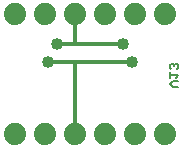
<source format=gbr>
G04 EAGLE Gerber RS-274X export*
G75*
%MOMM*%
%FSLAX34Y34*%
%LPD*%
%INBottom Copper*%
%IPPOS*%
%AMOC8*
5,1,8,0,0,1.08239X$1,22.5*%
G01*
%ADD10C,0.127000*%
%ADD11C,1.879600*%
%ADD12C,0.304800*%
%ADD13C,1.016000*%


D10*
X150501Y53113D02*
X145925Y53113D01*
X143637Y55400D01*
X145925Y57688D01*
X150501Y57688D01*
X148213Y60597D02*
X150501Y62885D01*
X143637Y62885D01*
X143637Y60597D02*
X143637Y65173D01*
X149357Y68081D02*
X150501Y69225D01*
X150501Y71513D01*
X149357Y72657D01*
X148213Y72657D01*
X147069Y71513D01*
X147069Y70369D01*
X147069Y71513D02*
X145925Y72657D01*
X144781Y72657D01*
X143637Y71513D01*
X143637Y69225D01*
X144781Y68081D01*
D11*
X139700Y12700D03*
X114300Y12700D03*
X88900Y12700D03*
X63500Y12700D03*
X38100Y12700D03*
X12700Y12700D03*
X12700Y114300D03*
X38100Y114300D03*
X63500Y114300D03*
X88900Y114300D03*
X114300Y114300D03*
X139700Y114300D03*
D12*
X63500Y73660D02*
X40640Y73660D01*
X63500Y73660D02*
X111760Y73660D01*
X63500Y73660D02*
X63500Y12700D01*
D13*
X111760Y73660D03*
X40640Y73660D03*
D12*
X63500Y88900D02*
X63500Y114300D01*
X63500Y88900D02*
X104140Y88900D01*
X63500Y88900D02*
X48260Y88900D01*
D13*
X104140Y88900D03*
X48260Y88900D03*
M02*

</source>
